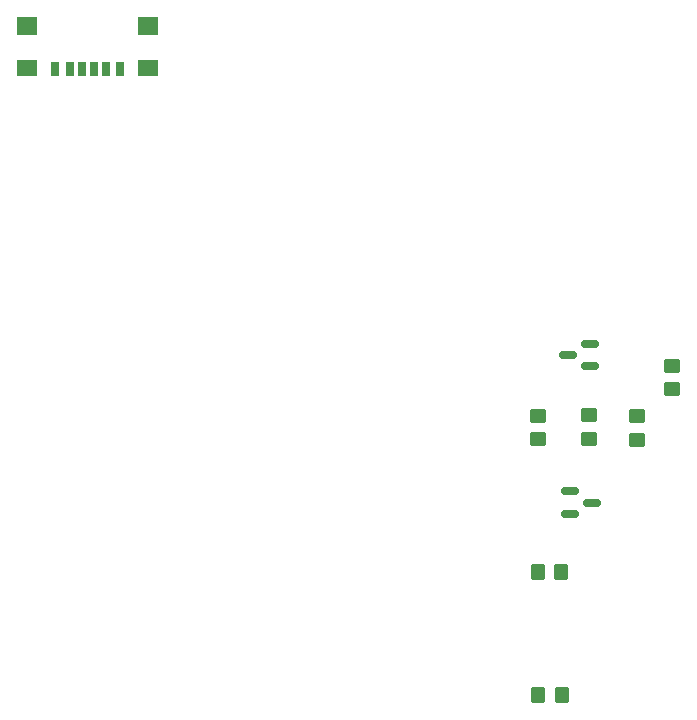
<source format=gtp>
G04 #@! TF.GenerationSoftware,KiCad,Pcbnew,7.0.9-7.0.9~ubuntu22.04.1*
G04 #@! TF.CreationDate,2023-12-07T11:19:29+01:00*
G04 #@! TF.ProjectId,baseboard,62617365-626f-4617-9264-2e6b69636164,rev?*
G04 #@! TF.SameCoordinates,Original*
G04 #@! TF.FileFunction,Paste,Top*
G04 #@! TF.FilePolarity,Positive*
%FSLAX46Y46*%
G04 Gerber Fmt 4.6, Leading zero omitted, Abs format (unit mm)*
G04 Created by KiCad (PCBNEW 7.0.9-7.0.9~ubuntu22.04.1) date 2023-12-07 11:19:29*
%MOMM*%
%LPD*%
G01*
G04 APERTURE LIST*
G04 Aperture macros list*
%AMRoundRect*
0 Rectangle with rounded corners*
0 $1 Rounding radius*
0 $2 $3 $4 $5 $6 $7 $8 $9 X,Y pos of 4 corners*
0 Add a 4 corners polygon primitive as box body*
4,1,4,$2,$3,$4,$5,$6,$7,$8,$9,$2,$3,0*
0 Add four circle primitives for the rounded corners*
1,1,$1+$1,$2,$3*
1,1,$1+$1,$4,$5*
1,1,$1+$1,$6,$7*
1,1,$1+$1,$8,$9*
0 Add four rect primitives between the rounded corners*
20,1,$1+$1,$2,$3,$4,$5,0*
20,1,$1+$1,$4,$5,$6,$7,0*
20,1,$1+$1,$6,$7,$8,$9,0*
20,1,$1+$1,$8,$9,$2,$3,0*%
G04 Aperture macros list end*
%ADD10RoundRect,0.150000X0.587500X0.150000X-0.587500X0.150000X-0.587500X-0.150000X0.587500X-0.150000X0*%
%ADD11RoundRect,0.250000X-0.350000X-0.450000X0.350000X-0.450000X0.350000X0.450000X-0.350000X0.450000X0*%
%ADD12RoundRect,0.250000X-0.450000X0.350000X-0.450000X-0.350000X0.450000X-0.350000X0.450000X0.350000X0*%
%ADD13RoundRect,0.250000X0.450000X-0.350000X0.450000X0.350000X-0.450000X0.350000X-0.450000X-0.350000X0*%
%ADD14R,0.700000X1.200000*%
%ADD15R,0.760000X1.200000*%
%ADD16R,0.800000X1.200000*%
%ADD17R,1.800000X1.350000*%
%ADD18R,1.800000X1.500000*%
%ADD19RoundRect,0.250000X0.350000X0.450000X-0.350000X0.450000X-0.350000X-0.450000X0.350000X-0.450000X0*%
%ADD20RoundRect,0.150000X-0.587500X-0.150000X0.587500X-0.150000X0.587500X0.150000X-0.587500X0.150000X0*%
G04 APERTURE END LIST*
D10*
X100707500Y-86490000D03*
X100707500Y-84590000D03*
X98832500Y-85540000D03*
D11*
X96266000Y-103886000D03*
X98266000Y-103886000D03*
D12*
X104648000Y-90710000D03*
X104648000Y-92710000D03*
D13*
X107650000Y-88460000D03*
X107650000Y-86460000D03*
D12*
X96266000Y-90694000D03*
X96266000Y-92694000D03*
D13*
X100600000Y-92630000D03*
X100600000Y-90630000D03*
D14*
X58666000Y-61293000D03*
D15*
X56646000Y-61293000D03*
D16*
X55416000Y-61293000D03*
D14*
X57666000Y-61293000D03*
D15*
X59686000Y-61293000D03*
D16*
X60916000Y-61293000D03*
D17*
X63291000Y-61238000D03*
D18*
X63291000Y-57658000D03*
D17*
X53041000Y-61238000D03*
D18*
X53041000Y-57658000D03*
D19*
X98282000Y-114300000D03*
X96282000Y-114300000D03*
D20*
X98963000Y-97094000D03*
X98963000Y-98994000D03*
X100838000Y-98044000D03*
M02*

</source>
